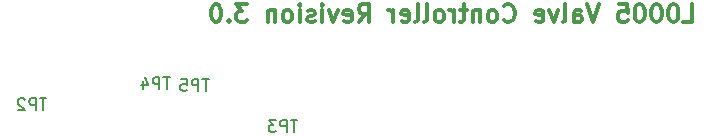
<source format=gbr>
%TF.GenerationSoftware,KiCad,Pcbnew,7.0.1*%
%TF.CreationDate,2023-06-09T22:35:25-07:00*%
%TF.ProjectId,L0005-Valve-Controller,4c303030-352d-4566-916c-76652d436f6e,1.0*%
%TF.SameCoordinates,Original*%
%TF.FileFunction,Legend,Bot*%
%TF.FilePolarity,Positive*%
%FSLAX46Y46*%
G04 Gerber Fmt 4.6, Leading zero omitted, Abs format (unit mm)*
G04 Created by KiCad (PCBNEW 7.0.1) date 2023-06-09 22:35:25*
%MOMM*%
%LPD*%
G01*
G04 APERTURE LIST*
%ADD10C,0.300000*%
%ADD11C,0.150000*%
G04 APERTURE END LIST*
D10*
X179246140Y-71940928D02*
X179960426Y-71940928D01*
X179960426Y-71940928D02*
X179960426Y-70440928D01*
X178460425Y-70440928D02*
X178317568Y-70440928D01*
X178317568Y-70440928D02*
X178174711Y-70512357D01*
X178174711Y-70512357D02*
X178103283Y-70583785D01*
X178103283Y-70583785D02*
X178031854Y-70726642D01*
X178031854Y-70726642D02*
X177960425Y-71012357D01*
X177960425Y-71012357D02*
X177960425Y-71369500D01*
X177960425Y-71369500D02*
X178031854Y-71655214D01*
X178031854Y-71655214D02*
X178103283Y-71798071D01*
X178103283Y-71798071D02*
X178174711Y-71869500D01*
X178174711Y-71869500D02*
X178317568Y-71940928D01*
X178317568Y-71940928D02*
X178460425Y-71940928D01*
X178460425Y-71940928D02*
X178603283Y-71869500D01*
X178603283Y-71869500D02*
X178674711Y-71798071D01*
X178674711Y-71798071D02*
X178746140Y-71655214D01*
X178746140Y-71655214D02*
X178817568Y-71369500D01*
X178817568Y-71369500D02*
X178817568Y-71012357D01*
X178817568Y-71012357D02*
X178746140Y-70726642D01*
X178746140Y-70726642D02*
X178674711Y-70583785D01*
X178674711Y-70583785D02*
X178603283Y-70512357D01*
X178603283Y-70512357D02*
X178460425Y-70440928D01*
X177031854Y-70440928D02*
X176888997Y-70440928D01*
X176888997Y-70440928D02*
X176746140Y-70512357D01*
X176746140Y-70512357D02*
X176674712Y-70583785D01*
X176674712Y-70583785D02*
X176603283Y-70726642D01*
X176603283Y-70726642D02*
X176531854Y-71012357D01*
X176531854Y-71012357D02*
X176531854Y-71369500D01*
X176531854Y-71369500D02*
X176603283Y-71655214D01*
X176603283Y-71655214D02*
X176674712Y-71798071D01*
X176674712Y-71798071D02*
X176746140Y-71869500D01*
X176746140Y-71869500D02*
X176888997Y-71940928D01*
X176888997Y-71940928D02*
X177031854Y-71940928D01*
X177031854Y-71940928D02*
X177174712Y-71869500D01*
X177174712Y-71869500D02*
X177246140Y-71798071D01*
X177246140Y-71798071D02*
X177317569Y-71655214D01*
X177317569Y-71655214D02*
X177388997Y-71369500D01*
X177388997Y-71369500D02*
X177388997Y-71012357D01*
X177388997Y-71012357D02*
X177317569Y-70726642D01*
X177317569Y-70726642D02*
X177246140Y-70583785D01*
X177246140Y-70583785D02*
X177174712Y-70512357D01*
X177174712Y-70512357D02*
X177031854Y-70440928D01*
X175603283Y-70440928D02*
X175460426Y-70440928D01*
X175460426Y-70440928D02*
X175317569Y-70512357D01*
X175317569Y-70512357D02*
X175246141Y-70583785D01*
X175246141Y-70583785D02*
X175174712Y-70726642D01*
X175174712Y-70726642D02*
X175103283Y-71012357D01*
X175103283Y-71012357D02*
X175103283Y-71369500D01*
X175103283Y-71369500D02*
X175174712Y-71655214D01*
X175174712Y-71655214D02*
X175246141Y-71798071D01*
X175246141Y-71798071D02*
X175317569Y-71869500D01*
X175317569Y-71869500D02*
X175460426Y-71940928D01*
X175460426Y-71940928D02*
X175603283Y-71940928D01*
X175603283Y-71940928D02*
X175746141Y-71869500D01*
X175746141Y-71869500D02*
X175817569Y-71798071D01*
X175817569Y-71798071D02*
X175888998Y-71655214D01*
X175888998Y-71655214D02*
X175960426Y-71369500D01*
X175960426Y-71369500D02*
X175960426Y-71012357D01*
X175960426Y-71012357D02*
X175888998Y-70726642D01*
X175888998Y-70726642D02*
X175817569Y-70583785D01*
X175817569Y-70583785D02*
X175746141Y-70512357D01*
X175746141Y-70512357D02*
X175603283Y-70440928D01*
X173746141Y-70440928D02*
X174460427Y-70440928D01*
X174460427Y-70440928D02*
X174531855Y-71155214D01*
X174531855Y-71155214D02*
X174460427Y-71083785D01*
X174460427Y-71083785D02*
X174317570Y-71012357D01*
X174317570Y-71012357D02*
X173960427Y-71012357D01*
X173960427Y-71012357D02*
X173817570Y-71083785D01*
X173817570Y-71083785D02*
X173746141Y-71155214D01*
X173746141Y-71155214D02*
X173674712Y-71298071D01*
X173674712Y-71298071D02*
X173674712Y-71655214D01*
X173674712Y-71655214D02*
X173746141Y-71798071D01*
X173746141Y-71798071D02*
X173817570Y-71869500D01*
X173817570Y-71869500D02*
X173960427Y-71940928D01*
X173960427Y-71940928D02*
X174317570Y-71940928D01*
X174317570Y-71940928D02*
X174460427Y-71869500D01*
X174460427Y-71869500D02*
X174531855Y-71798071D01*
X172103284Y-70440928D02*
X171603284Y-71940928D01*
X171603284Y-71940928D02*
X171103284Y-70440928D01*
X169960428Y-71940928D02*
X169960428Y-71155214D01*
X169960428Y-71155214D02*
X170031856Y-71012357D01*
X170031856Y-71012357D02*
X170174713Y-70940928D01*
X170174713Y-70940928D02*
X170460428Y-70940928D01*
X170460428Y-70940928D02*
X170603285Y-71012357D01*
X169960428Y-71869500D02*
X170103285Y-71940928D01*
X170103285Y-71940928D02*
X170460428Y-71940928D01*
X170460428Y-71940928D02*
X170603285Y-71869500D01*
X170603285Y-71869500D02*
X170674713Y-71726642D01*
X170674713Y-71726642D02*
X170674713Y-71583785D01*
X170674713Y-71583785D02*
X170603285Y-71440928D01*
X170603285Y-71440928D02*
X170460428Y-71369500D01*
X170460428Y-71369500D02*
X170103285Y-71369500D01*
X170103285Y-71369500D02*
X169960428Y-71298071D01*
X169031856Y-71940928D02*
X169174713Y-71869500D01*
X169174713Y-71869500D02*
X169246142Y-71726642D01*
X169246142Y-71726642D02*
X169246142Y-70440928D01*
X168603285Y-70940928D02*
X168246142Y-71940928D01*
X168246142Y-71940928D02*
X167888999Y-70940928D01*
X166746142Y-71869500D02*
X166888999Y-71940928D01*
X166888999Y-71940928D02*
X167174714Y-71940928D01*
X167174714Y-71940928D02*
X167317571Y-71869500D01*
X167317571Y-71869500D02*
X167388999Y-71726642D01*
X167388999Y-71726642D02*
X167388999Y-71155214D01*
X167388999Y-71155214D02*
X167317571Y-71012357D01*
X167317571Y-71012357D02*
X167174714Y-70940928D01*
X167174714Y-70940928D02*
X166888999Y-70940928D01*
X166888999Y-70940928D02*
X166746142Y-71012357D01*
X166746142Y-71012357D02*
X166674714Y-71155214D01*
X166674714Y-71155214D02*
X166674714Y-71298071D01*
X166674714Y-71298071D02*
X167388999Y-71440928D01*
X164031857Y-71798071D02*
X164103285Y-71869500D01*
X164103285Y-71869500D02*
X164317571Y-71940928D01*
X164317571Y-71940928D02*
X164460428Y-71940928D01*
X164460428Y-71940928D02*
X164674714Y-71869500D01*
X164674714Y-71869500D02*
X164817571Y-71726642D01*
X164817571Y-71726642D02*
X164889000Y-71583785D01*
X164889000Y-71583785D02*
X164960428Y-71298071D01*
X164960428Y-71298071D02*
X164960428Y-71083785D01*
X164960428Y-71083785D02*
X164889000Y-70798071D01*
X164889000Y-70798071D02*
X164817571Y-70655214D01*
X164817571Y-70655214D02*
X164674714Y-70512357D01*
X164674714Y-70512357D02*
X164460428Y-70440928D01*
X164460428Y-70440928D02*
X164317571Y-70440928D01*
X164317571Y-70440928D02*
X164103285Y-70512357D01*
X164103285Y-70512357D02*
X164031857Y-70583785D01*
X163174714Y-71940928D02*
X163317571Y-71869500D01*
X163317571Y-71869500D02*
X163389000Y-71798071D01*
X163389000Y-71798071D02*
X163460428Y-71655214D01*
X163460428Y-71655214D02*
X163460428Y-71226642D01*
X163460428Y-71226642D02*
X163389000Y-71083785D01*
X163389000Y-71083785D02*
X163317571Y-71012357D01*
X163317571Y-71012357D02*
X163174714Y-70940928D01*
X163174714Y-70940928D02*
X162960428Y-70940928D01*
X162960428Y-70940928D02*
X162817571Y-71012357D01*
X162817571Y-71012357D02*
X162746143Y-71083785D01*
X162746143Y-71083785D02*
X162674714Y-71226642D01*
X162674714Y-71226642D02*
X162674714Y-71655214D01*
X162674714Y-71655214D02*
X162746143Y-71798071D01*
X162746143Y-71798071D02*
X162817571Y-71869500D01*
X162817571Y-71869500D02*
X162960428Y-71940928D01*
X162960428Y-71940928D02*
X163174714Y-71940928D01*
X162031857Y-70940928D02*
X162031857Y-71940928D01*
X162031857Y-71083785D02*
X161960428Y-71012357D01*
X161960428Y-71012357D02*
X161817571Y-70940928D01*
X161817571Y-70940928D02*
X161603285Y-70940928D01*
X161603285Y-70940928D02*
X161460428Y-71012357D01*
X161460428Y-71012357D02*
X161389000Y-71155214D01*
X161389000Y-71155214D02*
X161389000Y-71940928D01*
X160888999Y-70940928D02*
X160317571Y-70940928D01*
X160674714Y-70440928D02*
X160674714Y-71726642D01*
X160674714Y-71726642D02*
X160603285Y-71869500D01*
X160603285Y-71869500D02*
X160460428Y-71940928D01*
X160460428Y-71940928D02*
X160317571Y-71940928D01*
X159817571Y-71940928D02*
X159817571Y-70940928D01*
X159817571Y-71226642D02*
X159746142Y-71083785D01*
X159746142Y-71083785D02*
X159674714Y-71012357D01*
X159674714Y-71012357D02*
X159531856Y-70940928D01*
X159531856Y-70940928D02*
X159388999Y-70940928D01*
X158674714Y-71940928D02*
X158817571Y-71869500D01*
X158817571Y-71869500D02*
X158889000Y-71798071D01*
X158889000Y-71798071D02*
X158960428Y-71655214D01*
X158960428Y-71655214D02*
X158960428Y-71226642D01*
X158960428Y-71226642D02*
X158889000Y-71083785D01*
X158889000Y-71083785D02*
X158817571Y-71012357D01*
X158817571Y-71012357D02*
X158674714Y-70940928D01*
X158674714Y-70940928D02*
X158460428Y-70940928D01*
X158460428Y-70940928D02*
X158317571Y-71012357D01*
X158317571Y-71012357D02*
X158246143Y-71083785D01*
X158246143Y-71083785D02*
X158174714Y-71226642D01*
X158174714Y-71226642D02*
X158174714Y-71655214D01*
X158174714Y-71655214D02*
X158246143Y-71798071D01*
X158246143Y-71798071D02*
X158317571Y-71869500D01*
X158317571Y-71869500D02*
X158460428Y-71940928D01*
X158460428Y-71940928D02*
X158674714Y-71940928D01*
X157317571Y-71940928D02*
X157460428Y-71869500D01*
X157460428Y-71869500D02*
X157531857Y-71726642D01*
X157531857Y-71726642D02*
X157531857Y-70440928D01*
X156531857Y-71940928D02*
X156674714Y-71869500D01*
X156674714Y-71869500D02*
X156746143Y-71726642D01*
X156746143Y-71726642D02*
X156746143Y-70440928D01*
X155389000Y-71869500D02*
X155531857Y-71940928D01*
X155531857Y-71940928D02*
X155817572Y-71940928D01*
X155817572Y-71940928D02*
X155960429Y-71869500D01*
X155960429Y-71869500D02*
X156031857Y-71726642D01*
X156031857Y-71726642D02*
X156031857Y-71155214D01*
X156031857Y-71155214D02*
X155960429Y-71012357D01*
X155960429Y-71012357D02*
X155817572Y-70940928D01*
X155817572Y-70940928D02*
X155531857Y-70940928D01*
X155531857Y-70940928D02*
X155389000Y-71012357D01*
X155389000Y-71012357D02*
X155317572Y-71155214D01*
X155317572Y-71155214D02*
X155317572Y-71298071D01*
X155317572Y-71298071D02*
X156031857Y-71440928D01*
X154674715Y-71940928D02*
X154674715Y-70940928D01*
X154674715Y-71226642D02*
X154603286Y-71083785D01*
X154603286Y-71083785D02*
X154531858Y-71012357D01*
X154531858Y-71012357D02*
X154389000Y-70940928D01*
X154389000Y-70940928D02*
X154246143Y-70940928D01*
X151746144Y-71940928D02*
X152246144Y-71226642D01*
X152603287Y-71940928D02*
X152603287Y-70440928D01*
X152603287Y-70440928D02*
X152031858Y-70440928D01*
X152031858Y-70440928D02*
X151889001Y-70512357D01*
X151889001Y-70512357D02*
X151817572Y-70583785D01*
X151817572Y-70583785D02*
X151746144Y-70726642D01*
X151746144Y-70726642D02*
X151746144Y-70940928D01*
X151746144Y-70940928D02*
X151817572Y-71083785D01*
X151817572Y-71083785D02*
X151889001Y-71155214D01*
X151889001Y-71155214D02*
X152031858Y-71226642D01*
X152031858Y-71226642D02*
X152603287Y-71226642D01*
X150531858Y-71869500D02*
X150674715Y-71940928D01*
X150674715Y-71940928D02*
X150960430Y-71940928D01*
X150960430Y-71940928D02*
X151103287Y-71869500D01*
X151103287Y-71869500D02*
X151174715Y-71726642D01*
X151174715Y-71726642D02*
X151174715Y-71155214D01*
X151174715Y-71155214D02*
X151103287Y-71012357D01*
X151103287Y-71012357D02*
X150960430Y-70940928D01*
X150960430Y-70940928D02*
X150674715Y-70940928D01*
X150674715Y-70940928D02*
X150531858Y-71012357D01*
X150531858Y-71012357D02*
X150460430Y-71155214D01*
X150460430Y-71155214D02*
X150460430Y-71298071D01*
X150460430Y-71298071D02*
X151174715Y-71440928D01*
X149960430Y-70940928D02*
X149603287Y-71940928D01*
X149603287Y-71940928D02*
X149246144Y-70940928D01*
X148674716Y-71940928D02*
X148674716Y-70940928D01*
X148674716Y-70440928D02*
X148746144Y-70512357D01*
X148746144Y-70512357D02*
X148674716Y-70583785D01*
X148674716Y-70583785D02*
X148603287Y-70512357D01*
X148603287Y-70512357D02*
X148674716Y-70440928D01*
X148674716Y-70440928D02*
X148674716Y-70583785D01*
X148031858Y-71869500D02*
X147889001Y-71940928D01*
X147889001Y-71940928D02*
X147603287Y-71940928D01*
X147603287Y-71940928D02*
X147460430Y-71869500D01*
X147460430Y-71869500D02*
X147389001Y-71726642D01*
X147389001Y-71726642D02*
X147389001Y-71655214D01*
X147389001Y-71655214D02*
X147460430Y-71512357D01*
X147460430Y-71512357D02*
X147603287Y-71440928D01*
X147603287Y-71440928D02*
X147817573Y-71440928D01*
X147817573Y-71440928D02*
X147960430Y-71369500D01*
X147960430Y-71369500D02*
X148031858Y-71226642D01*
X148031858Y-71226642D02*
X148031858Y-71155214D01*
X148031858Y-71155214D02*
X147960430Y-71012357D01*
X147960430Y-71012357D02*
X147817573Y-70940928D01*
X147817573Y-70940928D02*
X147603287Y-70940928D01*
X147603287Y-70940928D02*
X147460430Y-71012357D01*
X146746144Y-71940928D02*
X146746144Y-70940928D01*
X146746144Y-70440928D02*
X146817572Y-70512357D01*
X146817572Y-70512357D02*
X146746144Y-70583785D01*
X146746144Y-70583785D02*
X146674715Y-70512357D01*
X146674715Y-70512357D02*
X146746144Y-70440928D01*
X146746144Y-70440928D02*
X146746144Y-70583785D01*
X145817572Y-71940928D02*
X145960429Y-71869500D01*
X145960429Y-71869500D02*
X146031858Y-71798071D01*
X146031858Y-71798071D02*
X146103286Y-71655214D01*
X146103286Y-71655214D02*
X146103286Y-71226642D01*
X146103286Y-71226642D02*
X146031858Y-71083785D01*
X146031858Y-71083785D02*
X145960429Y-71012357D01*
X145960429Y-71012357D02*
X145817572Y-70940928D01*
X145817572Y-70940928D02*
X145603286Y-70940928D01*
X145603286Y-70940928D02*
X145460429Y-71012357D01*
X145460429Y-71012357D02*
X145389001Y-71083785D01*
X145389001Y-71083785D02*
X145317572Y-71226642D01*
X145317572Y-71226642D02*
X145317572Y-71655214D01*
X145317572Y-71655214D02*
X145389001Y-71798071D01*
X145389001Y-71798071D02*
X145460429Y-71869500D01*
X145460429Y-71869500D02*
X145603286Y-71940928D01*
X145603286Y-71940928D02*
X145817572Y-71940928D01*
X144674715Y-70940928D02*
X144674715Y-71940928D01*
X144674715Y-71083785D02*
X144603286Y-71012357D01*
X144603286Y-71012357D02*
X144460429Y-70940928D01*
X144460429Y-70940928D02*
X144246143Y-70940928D01*
X144246143Y-70940928D02*
X144103286Y-71012357D01*
X144103286Y-71012357D02*
X144031858Y-71155214D01*
X144031858Y-71155214D02*
X144031858Y-71940928D01*
X142317572Y-70440928D02*
X141389000Y-70440928D01*
X141389000Y-70440928D02*
X141889000Y-71012357D01*
X141889000Y-71012357D02*
X141674715Y-71012357D01*
X141674715Y-71012357D02*
X141531858Y-71083785D01*
X141531858Y-71083785D02*
X141460429Y-71155214D01*
X141460429Y-71155214D02*
X141389000Y-71298071D01*
X141389000Y-71298071D02*
X141389000Y-71655214D01*
X141389000Y-71655214D02*
X141460429Y-71798071D01*
X141460429Y-71798071D02*
X141531858Y-71869500D01*
X141531858Y-71869500D02*
X141674715Y-71940928D01*
X141674715Y-71940928D02*
X142103286Y-71940928D01*
X142103286Y-71940928D02*
X142246143Y-71869500D01*
X142246143Y-71869500D02*
X142317572Y-71798071D01*
X140746144Y-71798071D02*
X140674715Y-71869500D01*
X140674715Y-71869500D02*
X140746144Y-71940928D01*
X140746144Y-71940928D02*
X140817572Y-71869500D01*
X140817572Y-71869500D02*
X140746144Y-71798071D01*
X140746144Y-71798071D02*
X140746144Y-71940928D01*
X139746143Y-70440928D02*
X139603286Y-70440928D01*
X139603286Y-70440928D02*
X139460429Y-70512357D01*
X139460429Y-70512357D02*
X139389001Y-70583785D01*
X139389001Y-70583785D02*
X139317572Y-70726642D01*
X139317572Y-70726642D02*
X139246143Y-71012357D01*
X139246143Y-71012357D02*
X139246143Y-71369500D01*
X139246143Y-71369500D02*
X139317572Y-71655214D01*
X139317572Y-71655214D02*
X139389001Y-71798071D01*
X139389001Y-71798071D02*
X139460429Y-71869500D01*
X139460429Y-71869500D02*
X139603286Y-71940928D01*
X139603286Y-71940928D02*
X139746143Y-71940928D01*
X139746143Y-71940928D02*
X139889001Y-71869500D01*
X139889001Y-71869500D02*
X139960429Y-71798071D01*
X139960429Y-71798071D02*
X140031858Y-71655214D01*
X140031858Y-71655214D02*
X140103286Y-71369500D01*
X140103286Y-71369500D02*
X140103286Y-71012357D01*
X140103286Y-71012357D02*
X140031858Y-70726642D01*
X140031858Y-70726642D02*
X139960429Y-70583785D01*
X139960429Y-70583785D02*
X139889001Y-70512357D01*
X139889001Y-70512357D02*
X139746143Y-70440928D01*
D11*
%TO.C,TP4*%
X135780304Y-76627819D02*
X135208876Y-76627819D01*
X135494590Y-77627819D02*
X135494590Y-76627819D01*
X134875542Y-77627819D02*
X134875542Y-76627819D01*
X134875542Y-76627819D02*
X134494590Y-76627819D01*
X134494590Y-76627819D02*
X134399352Y-76675438D01*
X134399352Y-76675438D02*
X134351733Y-76723057D01*
X134351733Y-76723057D02*
X134304114Y-76818295D01*
X134304114Y-76818295D02*
X134304114Y-76961152D01*
X134304114Y-76961152D02*
X134351733Y-77056390D01*
X134351733Y-77056390D02*
X134399352Y-77104009D01*
X134399352Y-77104009D02*
X134494590Y-77151628D01*
X134494590Y-77151628D02*
X134875542Y-77151628D01*
X133446971Y-76961152D02*
X133446971Y-77627819D01*
X133685066Y-76580200D02*
X133923161Y-77294485D01*
X133923161Y-77294485D02*
X133304114Y-77294485D01*
%TO.C,TP5*%
X139082304Y-76780219D02*
X138510876Y-76780219D01*
X138796590Y-77780219D02*
X138796590Y-76780219D01*
X138177542Y-77780219D02*
X138177542Y-76780219D01*
X138177542Y-76780219D02*
X137796590Y-76780219D01*
X137796590Y-76780219D02*
X137701352Y-76827838D01*
X137701352Y-76827838D02*
X137653733Y-76875457D01*
X137653733Y-76875457D02*
X137606114Y-76970695D01*
X137606114Y-76970695D02*
X137606114Y-77113552D01*
X137606114Y-77113552D02*
X137653733Y-77208790D01*
X137653733Y-77208790D02*
X137701352Y-77256409D01*
X137701352Y-77256409D02*
X137796590Y-77304028D01*
X137796590Y-77304028D02*
X138177542Y-77304028D01*
X136701352Y-76780219D02*
X137177542Y-76780219D01*
X137177542Y-76780219D02*
X137225161Y-77256409D01*
X137225161Y-77256409D02*
X137177542Y-77208790D01*
X137177542Y-77208790D02*
X137082304Y-77161171D01*
X137082304Y-77161171D02*
X136844209Y-77161171D01*
X136844209Y-77161171D02*
X136748971Y-77208790D01*
X136748971Y-77208790D02*
X136701352Y-77256409D01*
X136701352Y-77256409D02*
X136653733Y-77351647D01*
X136653733Y-77351647D02*
X136653733Y-77589742D01*
X136653733Y-77589742D02*
X136701352Y-77684980D01*
X136701352Y-77684980D02*
X136748971Y-77732600D01*
X136748971Y-77732600D02*
X136844209Y-77780219D01*
X136844209Y-77780219D02*
X137082304Y-77780219D01*
X137082304Y-77780219D02*
X137177542Y-77732600D01*
X137177542Y-77732600D02*
X137225161Y-77684980D01*
%TO.C,TP3*%
X146549904Y-80234619D02*
X145978476Y-80234619D01*
X146264190Y-81234619D02*
X146264190Y-80234619D01*
X145645142Y-81234619D02*
X145645142Y-80234619D01*
X145645142Y-80234619D02*
X145264190Y-80234619D01*
X145264190Y-80234619D02*
X145168952Y-80282238D01*
X145168952Y-80282238D02*
X145121333Y-80329857D01*
X145121333Y-80329857D02*
X145073714Y-80425095D01*
X145073714Y-80425095D02*
X145073714Y-80567952D01*
X145073714Y-80567952D02*
X145121333Y-80663190D01*
X145121333Y-80663190D02*
X145168952Y-80710809D01*
X145168952Y-80710809D02*
X145264190Y-80758428D01*
X145264190Y-80758428D02*
X145645142Y-80758428D01*
X144740380Y-80234619D02*
X144121333Y-80234619D01*
X144121333Y-80234619D02*
X144454666Y-80615571D01*
X144454666Y-80615571D02*
X144311809Y-80615571D01*
X144311809Y-80615571D02*
X144216571Y-80663190D01*
X144216571Y-80663190D02*
X144168952Y-80710809D01*
X144168952Y-80710809D02*
X144121333Y-80806047D01*
X144121333Y-80806047D02*
X144121333Y-81044142D01*
X144121333Y-81044142D02*
X144168952Y-81139380D01*
X144168952Y-81139380D02*
X144216571Y-81187000D01*
X144216571Y-81187000D02*
X144311809Y-81234619D01*
X144311809Y-81234619D02*
X144597523Y-81234619D01*
X144597523Y-81234619D02*
X144692761Y-81187000D01*
X144692761Y-81187000D02*
X144740380Y-81139380D01*
%TO.C,TP2*%
X125315504Y-78405819D02*
X124744076Y-78405819D01*
X125029790Y-79405819D02*
X125029790Y-78405819D01*
X124410742Y-79405819D02*
X124410742Y-78405819D01*
X124410742Y-78405819D02*
X124029790Y-78405819D01*
X124029790Y-78405819D02*
X123934552Y-78453438D01*
X123934552Y-78453438D02*
X123886933Y-78501057D01*
X123886933Y-78501057D02*
X123839314Y-78596295D01*
X123839314Y-78596295D02*
X123839314Y-78739152D01*
X123839314Y-78739152D02*
X123886933Y-78834390D01*
X123886933Y-78834390D02*
X123934552Y-78882009D01*
X123934552Y-78882009D02*
X124029790Y-78929628D01*
X124029790Y-78929628D02*
X124410742Y-78929628D01*
X123458361Y-78501057D02*
X123410742Y-78453438D01*
X123410742Y-78453438D02*
X123315504Y-78405819D01*
X123315504Y-78405819D02*
X123077409Y-78405819D01*
X123077409Y-78405819D02*
X122982171Y-78453438D01*
X122982171Y-78453438D02*
X122934552Y-78501057D01*
X122934552Y-78501057D02*
X122886933Y-78596295D01*
X122886933Y-78596295D02*
X122886933Y-78691533D01*
X122886933Y-78691533D02*
X122934552Y-78834390D01*
X122934552Y-78834390D02*
X123505980Y-79405819D01*
X123505980Y-79405819D02*
X122886933Y-79405819D01*
%TD*%
M02*

</source>
